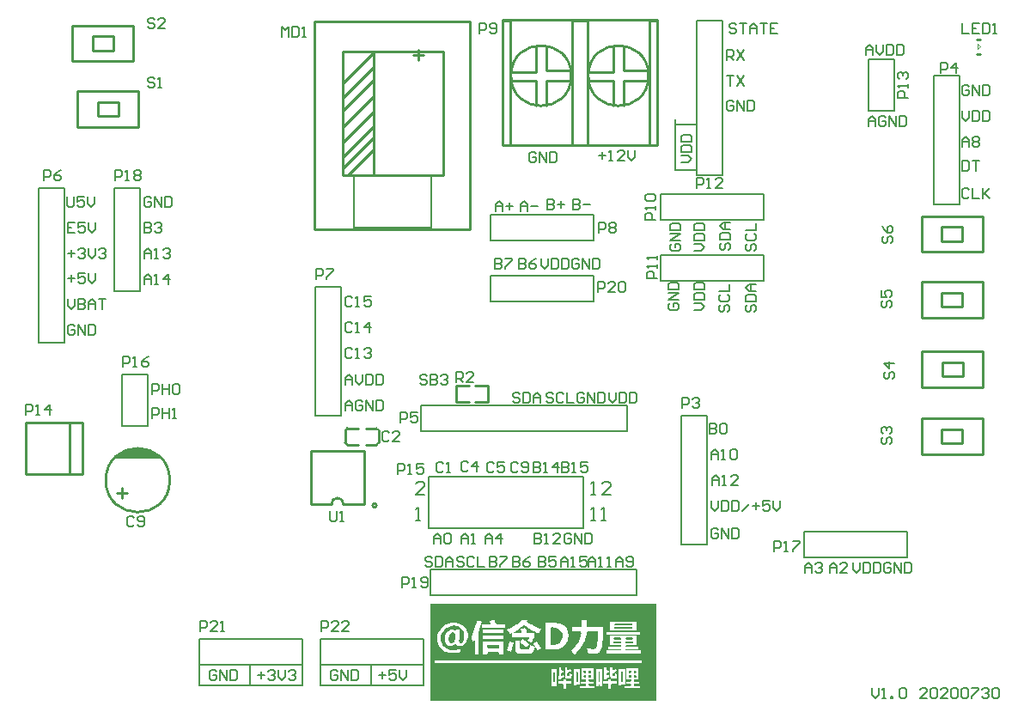
<source format=gto>
G04*
G04 #@! TF.GenerationSoftware,Altium Limited,Altium Designer,19.1.7 (138)*
G04*
G04 Layer_Color=65535*
%FSLAX25Y25*%
%MOIN*%
G70*
G01*
G75*
%ADD10C,0.01000*%
%ADD11C,0.00787*%
%ADD12C,0.00800*%
%ADD13C,0.00394*%
%ADD14C,0.00600*%
%ADD15C,0.00500*%
G36*
X37000Y102000D02*
X37567Y102628D01*
X38865Y103715D01*
X40302Y104611D01*
X41849Y105299D01*
X43477Y105765D01*
X45153Y106000D01*
X46847D01*
X48523Y105765D01*
X50151Y105299D01*
X51698Y104611D01*
X53135Y103715D01*
X54433Y102628D01*
X55000Y102000D01*
Y102000D01*
X37000Y102000D01*
D02*
G37*
G36*
X247090Y45536D02*
X247183Y45443D01*
X247275Y45258D01*
X247090Y7944D01*
X247183D01*
X247090Y7852D01*
X159778D01*
X159685Y7944D01*
X159593Y8037D01*
X159500Y8222D01*
Y45258D01*
Y45351D01*
Y45443D01*
X159593Y45536D01*
X159778Y45628D01*
X246998D01*
X247090Y45536D01*
D02*
G37*
%LPC*%
G36*
X184499Y39240D02*
X184036D01*
X183481Y39055D01*
X183018Y38962D01*
X182462Y38870D01*
X182925Y37851D01*
X182648Y37666D01*
X179407D01*
Y36092D01*
X188573D01*
Y37666D01*
X185240D01*
X185055Y37851D01*
X184962Y38036D01*
X184870Y38314D01*
X184685Y38684D01*
X184499Y39240D01*
D02*
G37*
G36*
X239683Y38684D02*
X229035D01*
Y35258D01*
X239683D01*
Y38684D01*
D02*
G37*
G36*
X197184Y39240D02*
X194962D01*
X194869Y39147D01*
X194684Y38870D01*
X194314Y38499D01*
X193758Y37944D01*
X193018Y37388D01*
X191999Y36740D01*
X190795Y36184D01*
X189314Y35629D01*
Y35444D01*
Y35351D01*
X189407Y35258D01*
X189777Y34795D01*
X190055Y34240D01*
X190147Y33870D01*
X190240D01*
X190425Y33962D01*
X190795Y34055D01*
X191351Y34332D01*
X192184Y34703D01*
X193110Y35351D01*
X194314Y36184D01*
X195795Y37295D01*
X195981D01*
X196166Y37203D01*
X196536Y36832D01*
X197184Y36462D01*
X198017Y35907D01*
X198851Y35351D01*
X199777Y34795D01*
X200795Y34332D01*
X201628Y34055D01*
Y34147D01*
X201721Y34240D01*
X201999Y34703D01*
X202277Y35258D01*
X202369Y35814D01*
X202277D01*
X201906Y35999D01*
X201351Y36184D01*
X200610Y36462D01*
X199777Y36832D01*
X198851Y37388D01*
X197925Y38036D01*
X196999Y38870D01*
X197184Y39240D01*
D02*
G37*
G36*
X187925Y35444D02*
X179870D01*
Y34055D01*
X187925D01*
Y35444D01*
D02*
G37*
G36*
X240887Y34610D02*
X227924D01*
Y33684D01*
X240887D01*
Y34610D01*
D02*
G37*
G36*
X187925Y33222D02*
X179870D01*
Y31833D01*
X187925D01*
Y33222D01*
D02*
G37*
G36*
X196351Y36092D02*
X196073D01*
X195518Y35999D01*
X194869Y35814D01*
X194684Y35721D01*
X194592Y35629D01*
X194684Y35444D01*
X194777Y35073D01*
X194869Y34610D01*
X194962Y34240D01*
X194592Y34055D01*
X191351D01*
Y32666D01*
X197925D01*
X198017Y32573D01*
Y32388D01*
X197832Y32296D01*
X197555Y31925D01*
X197369Y31740D01*
X197184Y31370D01*
X198573Y30444D01*
X198666Y30536D01*
X198758Y30814D01*
X199036Y31185D01*
X199314Y31555D01*
X199777Y32481D01*
X199869Y32759D01*
X199962Y33036D01*
Y34055D01*
X196814D01*
Y34240D01*
X196999Y34610D01*
Y34703D01*
X196906Y34888D01*
X196721Y35351D01*
X196536Y35907D01*
X196443Y35999D01*
X196351Y36092D01*
D02*
G37*
G36*
X168759Y38314D02*
X167740D01*
X167370Y38221D01*
X166537Y37944D01*
X165426Y37573D01*
X164407Y36740D01*
X163852Y36277D01*
X163389Y35629D01*
X162926Y34981D01*
X162556Y34055D01*
X162278Y33129D01*
X162092Y32018D01*
Y31925D01*
Y31740D01*
X162185Y31555D01*
X162278Y31185D01*
X162556Y30259D01*
X163018Y29333D01*
X163759Y28314D01*
X164685Y27388D01*
X165241Y27018D01*
X165981Y26833D01*
X166722Y26648D01*
X167555Y26555D01*
X169500D01*
X170240Y26648D01*
X171166Y26833D01*
Y28036D01*
X170889D01*
X170703Y27944D01*
X170426Y27851D01*
X170055D01*
X169037Y27666D01*
X168018Y27573D01*
X167833D01*
X167370Y27666D01*
X166629Y27944D01*
X165796Y28314D01*
X164963Y28870D01*
X164315Y29610D01*
X163759Y30722D01*
X163667Y31277D01*
X163574Y32018D01*
Y32573D01*
Y32759D01*
X163667Y33129D01*
X163852Y33777D01*
X164222Y34518D01*
X164778Y35351D01*
X165611Y36092D01*
X166166Y36369D01*
X166815Y36647D01*
X167555Y36925D01*
X168389Y37110D01*
X169129D01*
X169500Y37018D01*
X170148Y36740D01*
X170796Y36462D01*
X171444Y35999D01*
X172092Y35351D01*
X172463Y34610D01*
X172648Y33592D01*
Y32573D01*
Y32481D01*
Y32203D01*
X172555Y31833D01*
X172463Y31462D01*
X172277Y30999D01*
X172000Y30629D01*
X171629Y30351D01*
X171166Y30259D01*
X171074D01*
X170889Y30351D01*
X170703Y30629D01*
X170611Y31185D01*
Y31370D01*
Y31555D01*
X170703Y31925D01*
Y32481D01*
X170796Y33222D01*
X170889Y34240D01*
X170981Y35444D01*
X169592D01*
Y35351D01*
Y35166D01*
X169407Y34981D01*
X169222Y34888D01*
Y34981D01*
X169037Y35166D01*
X168852Y35351D01*
X168666Y35444D01*
X168296Y35536D01*
X167833Y35629D01*
X167740D01*
X167463Y35536D01*
X167000Y35258D01*
X166537Y34981D01*
X165981Y34425D01*
X165611Y33777D01*
X165241Y32944D01*
X165148Y31833D01*
Y31647D01*
Y31555D01*
Y31277D01*
X165241Y30814D01*
X165426Y30351D01*
X165703Y29888D01*
X166074Y29425D01*
X166629Y29147D01*
X167370Y29055D01*
X167555D01*
X167926Y29240D01*
X168481Y29610D01*
X168852Y29888D01*
X169222Y30259D01*
Y30166D01*
X169315Y30073D01*
X169592Y29703D01*
X170148Y29240D01*
X170518Y29147D01*
X170981Y29055D01*
X171074D01*
X171444Y29147D01*
X171907Y29240D01*
X172463Y29610D01*
X173018Y30073D01*
X173481Y30814D01*
X173944Y31833D01*
X174129Y32481D01*
X174222Y33222D01*
Y33314D01*
Y33407D01*
X174129Y33962D01*
X173944Y34703D01*
X173574Y35536D01*
X172925Y36462D01*
X172463Y36925D01*
X171907Y37295D01*
X171259Y37666D01*
X170611Y37944D01*
X169685Y38129D01*
X168759Y38314D01*
D02*
G37*
G36*
X195518Y32018D02*
X195332Y31925D01*
X194962Y31555D01*
X194592Y31277D01*
X194499Y31092D01*
X194406Y30999D01*
X194499Y30907D01*
X194684Y30629D01*
X194962Y30259D01*
X195332Y29888D01*
X195703Y29518D01*
X196073Y29147D01*
X196351Y28870D01*
X196536Y28777D01*
X196629D01*
X196721Y28870D01*
X197184Y29240D01*
X197555Y29518D01*
X197647Y29703D01*
X197740Y29796D01*
Y29888D01*
X197647Y29981D01*
X197462Y30166D01*
X197184Y30444D01*
X196814Y30814D01*
X196258Y31370D01*
X195518Y32018D01*
D02*
G37*
G36*
X220332Y39240D02*
X218295D01*
Y36832D01*
Y36740D01*
Y36647D01*
X218109Y36555D01*
X217924Y36462D01*
X214684D01*
Y34795D01*
X217832D01*
X217924Y34703D01*
X218017Y34610D01*
X218109Y34240D01*
Y34055D01*
X218017Y33592D01*
X217924Y32944D01*
X217647Y32018D01*
X217091Y30999D01*
X216350Y29888D01*
X215424Y28685D01*
X214776Y28129D01*
X214036Y27573D01*
X214128Y27481D01*
X214221Y27388D01*
X214591Y26925D01*
X214961Y26370D01*
X215147Y26185D01*
Y25999D01*
X215610D01*
X215702Y26185D01*
X216258Y26648D01*
X216998Y27388D01*
X217832Y28407D01*
X218665Y29703D01*
X219406Y31185D01*
X219961Y32851D01*
X220054Y33684D01*
X220146Y34610D01*
X220517Y34795D01*
X224406D01*
X224498Y34703D01*
X224591Y34610D01*
Y34240D01*
Y34147D01*
Y33962D01*
Y33684D01*
Y33314D01*
X224498Y32296D01*
X224406Y31277D01*
X224313Y30166D01*
X224128Y29147D01*
X223943Y28777D01*
X223758Y28499D01*
X223572Y28314D01*
X223387Y28222D01*
X222554Y28036D01*
X222276D01*
X221721Y28129D01*
X220980Y28222D01*
X220332D01*
Y28036D01*
Y27944D01*
X220424Y27759D01*
X220517Y27573D01*
X220609Y27296D01*
Y26833D01*
X220702Y26370D01*
X224220D01*
X224498Y26462D01*
X224868Y26648D01*
X225239Y26925D01*
X225609Y27481D01*
X225980Y28314D01*
X226165Y28870D01*
X226257Y29518D01*
X226350Y30166D01*
Y30999D01*
Y31185D01*
X226443Y31370D01*
Y31740D01*
Y32388D01*
X226535Y33222D01*
Y34332D01*
Y35814D01*
Y36462D01*
X220424D01*
X220332Y36555D01*
X220239Y36647D01*
X220146Y36832D01*
Y37110D01*
X220332Y39240D01*
D02*
G37*
G36*
X207276Y38221D02*
X204036D01*
Y27944D01*
X208665D01*
X209128Y28036D01*
X209776Y28222D01*
X210517Y28592D01*
X211350Y29147D01*
X212091Y30073D01*
X212461Y30722D01*
X212739Y31370D01*
X212924Y32110D01*
X213110Y33036D01*
Y33407D01*
Y33499D01*
Y33592D01*
X213017Y34147D01*
X212832Y34888D01*
X212369Y35814D01*
X211721Y36740D01*
X211258Y37110D01*
X210610Y37481D01*
X209962Y37758D01*
X209221Y38036D01*
X208295Y38129D01*
X207276Y38221D01*
D02*
G37*
G36*
X200795Y30999D02*
X199406Y30259D01*
X199499Y30166D01*
X199684Y29888D01*
X199962Y29425D01*
X200332Y28962D01*
X200610Y28407D01*
X200888Y27944D01*
X201073Y27573D01*
X201166Y27388D01*
X201258D01*
X201351Y27481D01*
X201814Y27851D01*
X202369Y28129D01*
X202554Y28222D01*
X202647D01*
X202554Y28314D01*
X202462Y28592D01*
X202277Y28870D01*
X201999Y29333D01*
X201351Y30259D01*
X201073Y30629D01*
X200795Y30999D01*
D02*
G37*
G36*
X190147Y30814D02*
Y30722D01*
X190055Y30444D01*
X189869Y29981D01*
X189777Y29425D01*
X189407Y28314D01*
X189314Y27944D01*
Y27573D01*
X189407D01*
X189499Y27481D01*
X189869Y27296D01*
X190332Y27110D01*
X190703Y27018D01*
X191906Y30444D01*
X191721Y30536D01*
X191351Y30629D01*
X190703Y30722D01*
X190147Y30814D01*
D02*
G37*
G36*
X239683Y33222D02*
X229035D01*
Y29425D01*
X233387D01*
X233479Y29240D01*
X233572Y29055D01*
Y28962D01*
X233387Y28870D01*
X233202Y28777D01*
X228572D01*
Y27944D01*
X233294D01*
X233387Y27851D01*
X233479Y27759D01*
X233572Y27573D01*
X233202Y27388D01*
X227924D01*
Y26370D01*
X241072D01*
Y27388D01*
X235516D01*
X235424Y27481D01*
X235331Y27573D01*
X235239Y27759D01*
X235609Y27944D01*
X240238D01*
Y28777D01*
X235424D01*
X235331Y28870D01*
X235239Y29055D01*
Y29147D01*
X235331Y29240D01*
X235424Y29333D01*
X235609Y29425D01*
X239683D01*
Y33222D01*
D02*
G37*
G36*
X194129Y31185D02*
X192555D01*
Y27203D01*
X192647Y27018D01*
X193018Y26740D01*
X193573Y26370D01*
X193944Y26277D01*
X194406Y26185D01*
X198110D01*
X198388Y26370D01*
X198758Y26555D01*
X199128Y26833D01*
X199499Y27296D01*
X199869Y27944D01*
X200147Y28777D01*
X200054D01*
X199962Y28870D01*
X199406Y29147D01*
X198758Y29333D01*
X198203Y29425D01*
Y29333D01*
Y29240D01*
X198110Y28777D01*
X197832Y28222D01*
X197369Y27759D01*
X194777D01*
X194592Y27851D01*
X194406Y28036D01*
X194129Y28407D01*
Y31185D01*
D02*
G37*
G36*
X187925Y30999D02*
X179870D01*
Y25999D01*
X181629D01*
Y26092D01*
Y26370D01*
X181722Y26648D01*
X181907Y26740D01*
X185981D01*
X186073Y26648D01*
X186166Y26462D01*
X186258Y25999D01*
X187925D01*
Y30999D01*
D02*
G37*
G36*
X178666Y38870D02*
X177648D01*
Y38684D01*
X177462Y38221D01*
X177277Y37573D01*
X176999Y36647D01*
X176629Y35721D01*
X176259Y34703D01*
X175888Y33684D01*
X175426Y32851D01*
Y32759D01*
X175518Y32573D01*
Y32296D01*
X175611Y31925D01*
X175703Y31185D01*
X175796Y30444D01*
X176629Y31462D01*
X176814D01*
Y25999D01*
X178296D01*
Y34888D01*
Y34981D01*
X178388Y35258D01*
X178481Y35536D01*
X178574Y35999D01*
X178759Y36647D01*
X179036Y37573D01*
X179407Y38684D01*
X179222Y38777D01*
X178944D01*
X178666Y38870D01*
D02*
G37*
G36*
X241442Y23592D02*
X161167D01*
Y22388D01*
X241442D01*
Y23592D01*
D02*
G37*
G36*
X230146Y20907D02*
X229220D01*
Y17574D01*
Y17389D01*
X229405Y17111D01*
X229498Y16740D01*
X229683Y16648D01*
X229776Y16555D01*
X231350D01*
X231442Y16648D01*
X231720Y16833D01*
X231905Y17296D01*
X231998Y17666D01*
Y18129D01*
Y18222D01*
X231905Y18315D01*
X231628Y18500D01*
X231165Y18685D01*
Y17759D01*
Y17666D01*
X230979Y17574D01*
X230794Y17481D01*
X230331D01*
X230239Y17574D01*
X230146Y17759D01*
Y18500D01*
X230239D01*
X230424Y18685D01*
X230979Y18963D01*
X231535Y19426D01*
X231720Y19611D01*
X231813Y19703D01*
X231720Y19796D01*
X231628Y19888D01*
X231535Y20166D01*
X231442Y20351D01*
X230609Y19796D01*
X230146D01*
Y20907D01*
D02*
G37*
G36*
X212647D02*
X211721D01*
Y17111D01*
X211813Y16926D01*
X211999Y16740D01*
X212276Y16555D01*
X213943D01*
X214036Y16740D01*
X214128Y17018D01*
X214313Y17296D01*
X214406Y17759D01*
X214498Y18315D01*
X213665Y18685D01*
Y18592D01*
Y18500D01*
X213573Y18129D01*
X213387Y17666D01*
X213202Y17574D01*
X213110Y17481D01*
X212832D01*
X212739Y17574D01*
X212647Y17759D01*
Y18500D01*
X212832Y18685D01*
X213017Y18870D01*
X213387Y19055D01*
X213758Y19240D01*
X214313Y19518D01*
Y19611D01*
X214128Y19888D01*
X213943Y20166D01*
X213665Y20351D01*
Y20259D01*
X213480Y20074D01*
X213202Y19888D01*
X212647Y19796D01*
Y20907D01*
D02*
G37*
G36*
X227924D02*
X226813D01*
Y18315D01*
X226720Y16555D01*
X227183Y16277D01*
X227276D01*
X227368Y16370D01*
X227831Y16648D01*
X228480Y16833D01*
X228942Y16926D01*
Y17944D01*
X228017Y17759D01*
X227924D01*
Y18500D01*
Y18592D01*
X228017Y18685D01*
X228387Y18777D01*
X228942D01*
Y19703D01*
X228480D01*
X228109Y19796D01*
X228017Y19888D01*
X227924Y19981D01*
Y20907D01*
D02*
G37*
G36*
X210239D02*
X209406D01*
Y17944D01*
X209036Y16740D01*
X209128D01*
X209221Y16648D01*
X209313Y16555D01*
X209406Y16277D01*
X209591D01*
X209962Y16370D01*
X210610Y16740D01*
X210980Y16926D01*
X211443Y17296D01*
Y17389D01*
X211350Y17666D01*
X211258Y17852D01*
X211073Y17944D01*
X210424Y17574D01*
X210239Y17944D01*
Y18500D01*
Y18592D01*
X210332Y18685D01*
X210702Y18777D01*
X211258D01*
Y19703D01*
X210795D01*
X210424Y19796D01*
X210332Y19888D01*
X210239Y19981D01*
Y20907D01*
D02*
G37*
G36*
X235053Y20166D02*
X232646D01*
Y13870D01*
X233572D01*
Y13963D01*
Y14148D01*
X233665Y14241D01*
X233850Y14333D01*
X235053D01*
Y20166D01*
D02*
G37*
G36*
X217554D02*
X215054D01*
Y13870D01*
X216073D01*
Y13963D01*
Y14148D01*
X216165Y14241D01*
X216350Y14333D01*
X217554D01*
Y20166D01*
D02*
G37*
G36*
X226165D02*
X223943D01*
Y13500D01*
X224776D01*
Y13592D01*
X224868Y13870D01*
X224961Y14055D01*
X225146Y14148D01*
X225239Y13963D01*
X225331Y13500D01*
X226165D01*
Y20166D01*
D02*
G37*
G36*
X208665D02*
X206443D01*
Y13500D01*
X207276D01*
Y13592D01*
X207369Y13870D01*
X207462Y14055D01*
X207647Y14148D01*
X207739Y13963D01*
X207832Y13500D01*
X208665D01*
Y20166D01*
D02*
G37*
G36*
X240238Y20537D02*
X235609D01*
Y16277D01*
X237183D01*
X237276Y16185D01*
X237368Y16092D01*
X237461Y15907D01*
Y15722D01*
Y15629D01*
Y15537D01*
X237276Y15444D01*
X237090Y15352D01*
X235609D01*
Y14518D01*
X237276D01*
X237368Y14333D01*
X237461Y14148D01*
Y14055D01*
Y13963D01*
Y13870D01*
X237276Y13778D01*
X237090Y13685D01*
X234868D01*
Y12852D01*
X240701D01*
Y13685D01*
X238757D01*
X238664Y13778D01*
X238572Y13870D01*
X238479Y14055D01*
Y14148D01*
Y14241D01*
X238572Y14333D01*
X238664Y14426D01*
X238850Y14518D01*
X240424D01*
Y15352D01*
X238757D01*
X238664Y15444D01*
X238572Y15537D01*
X238479Y15722D01*
Y15907D01*
Y16000D01*
X238572Y16092D01*
X238664Y16185D01*
X238850Y16277D01*
X240238D01*
Y20537D01*
D02*
G37*
G36*
X222739D02*
X218109D01*
Y16277D01*
X219776D01*
X219869Y16185D01*
X219961Y16092D01*
Y15907D01*
Y15722D01*
Y15629D01*
Y15537D01*
X219869Y15444D01*
X219684Y15352D01*
X217924D01*
Y14518D01*
X219869D01*
X219961Y14333D01*
Y14148D01*
Y14055D01*
Y13963D01*
Y13870D01*
X219869Y13778D01*
X219684Y13685D01*
X217461D01*
Y12852D01*
X223294D01*
Y13685D01*
X221165D01*
X221072Y13778D01*
X220980Y13870D01*
X220887Y14055D01*
Y14148D01*
Y14241D01*
Y14333D01*
X220980Y14426D01*
X221165Y14518D01*
X222924D01*
Y15352D01*
X221165D01*
X221072Y15444D01*
X220980Y15537D01*
X220887Y15722D01*
Y15907D01*
Y16000D01*
Y16092D01*
X220980Y16185D01*
X221165Y16277D01*
X222739D01*
Y20537D01*
D02*
G37*
G36*
X229591Y16277D02*
X228572D01*
Y16185D01*
Y15907D01*
X228387Y15629D01*
X228202Y15537D01*
X226535D01*
Y14518D01*
X228387D01*
X228480Y14333D01*
X228572Y14148D01*
Y12666D01*
X229591D01*
Y14148D01*
Y14241D01*
X229683Y14333D01*
X229776Y14426D01*
X229961Y14518D01*
X231998D01*
Y15537D01*
X229868D01*
X229776Y15629D01*
X229683Y15814D01*
X229591Y16277D01*
D02*
G37*
G36*
X212091D02*
X211073D01*
Y16185D01*
Y15907D01*
X210887Y15629D01*
X210702Y15537D01*
X209036D01*
Y14518D01*
X210887D01*
X210980Y14333D01*
X211073Y14148D01*
Y12666D01*
X212091D01*
Y14148D01*
Y14241D01*
X212184Y14333D01*
X212276Y14426D01*
X212461Y14518D01*
X214313D01*
Y15537D01*
X212369D01*
X212276Y15629D01*
X212184Y15814D01*
X212091Y16277D01*
D02*
G37*
%LPD*%
G36*
X237831Y37758D02*
X237924Y37666D01*
X238016Y37481D01*
X237646Y37295D01*
X231072D01*
X230979Y37388D01*
X230887Y37481D01*
X230794Y37666D01*
X231165Y37851D01*
X237738D01*
X237831Y37758D01*
D02*
G37*
G36*
Y36555D02*
X237924Y36462D01*
X238016Y36277D01*
Y36184D01*
X237831Y36092D01*
X237646Y35999D01*
X230979D01*
X230887Y36092D01*
X230794Y36277D01*
Y36369D01*
X230887Y36462D01*
X230979Y36555D01*
X231165Y36647D01*
X237738D01*
X237831Y36555D01*
D02*
G37*
G36*
X168666Y34332D02*
X168944Y34147D01*
X169129Y33777D01*
X169222Y33222D01*
Y32573D01*
Y32481D01*
Y32296D01*
X169037Y31740D01*
X168759Y30907D01*
X168389Y30536D01*
X168018Y30259D01*
X167648D01*
X167278Y30444D01*
X166815Y30814D01*
X166722Y31092D01*
X166629Y31462D01*
Y32203D01*
Y32296D01*
Y32481D01*
X166815Y33036D01*
X167185Y33777D01*
X167463Y34147D01*
X167833Y34425D01*
X168574D01*
X168666Y34332D01*
D02*
G37*
G36*
X207647Y36369D02*
X208295Y36277D01*
X209036Y35999D01*
X209684Y35629D01*
X210332Y34981D01*
X210702Y34055D01*
X210887Y32851D01*
Y32759D01*
X210795Y32388D01*
X210610Y31833D01*
X210332Y31277D01*
X209962Y30629D01*
X209406Y30166D01*
X208665Y29796D01*
X207832Y29610D01*
X206350D01*
X206258Y29703D01*
X206165Y29796D01*
X206073Y29981D01*
Y36092D01*
Y36184D01*
X206165Y36277D01*
X206258Y36369D01*
X206443Y36462D01*
X207276D01*
X207647Y36369D01*
D02*
G37*
G36*
X238016Y32296D02*
X238109Y32203D01*
X238201Y32018D01*
Y31925D01*
Y31833D01*
X238016Y31740D01*
X237831Y31647D01*
X235516D01*
X235424Y31740D01*
X235331Y31833D01*
X235239Y32018D01*
Y32110D01*
X235331Y32203D01*
X235424Y32296D01*
X235609Y32388D01*
X237924D01*
X238016Y32296D01*
D02*
G37*
G36*
X233387D02*
X233479Y32203D01*
X233572Y32018D01*
Y31925D01*
Y31833D01*
X233387Y31740D01*
X233202Y31647D01*
X230887D01*
X230794Y31740D01*
X230702Y31833D01*
X230609Y32018D01*
Y32110D01*
X230702Y32203D01*
X230794Y32296D01*
X230979Y32388D01*
X233294D01*
X233387Y32296D01*
D02*
G37*
G36*
X238016Y30907D02*
X238109Y30814D01*
X238201Y30629D01*
Y30444D01*
Y30351D01*
X238016Y30259D01*
X237831Y30166D01*
X235424D01*
X235331Y30259D01*
X235239Y30444D01*
Y30629D01*
Y30722D01*
X235331Y30814D01*
X235424Y30907D01*
X235609Y30999D01*
X237924D01*
X238016Y30907D01*
D02*
G37*
G36*
X233387D02*
X233479Y30814D01*
X233572Y30629D01*
Y30444D01*
Y30351D01*
X233387Y30259D01*
X233202Y30166D01*
X230794D01*
X230702Y30259D01*
X230609Y30444D01*
Y30629D01*
Y30722D01*
X230702Y30814D01*
X230794Y30907D01*
X230979Y30999D01*
X233294D01*
X233387Y30907D01*
D02*
G37*
G36*
X186166Y29425D02*
X186258Y29240D01*
Y28592D01*
Y28499D01*
Y28407D01*
X186073Y28314D01*
X185888Y28222D01*
X181907D01*
X181814Y28314D01*
X181722Y28407D01*
X181629Y28592D01*
Y29240D01*
Y29333D01*
Y29425D01*
X181722Y29518D01*
X181907Y29610D01*
X186073D01*
X186166Y29425D01*
D02*
G37*
G36*
X234035Y19240D02*
X234127Y19148D01*
X234220Y18963D01*
Y15537D01*
Y15444D01*
Y15352D01*
X234035Y15259D01*
X233850Y15166D01*
X233757Y15259D01*
X233665Y15352D01*
X233572Y15537D01*
Y18963D01*
Y19055D01*
Y19148D01*
X233665Y19240D01*
X233850Y19333D01*
X233942D01*
X234035Y19240D01*
D02*
G37*
G36*
X216535D02*
X216628Y19148D01*
X216721Y18963D01*
Y15537D01*
Y15444D01*
Y15352D01*
X216535Y15259D01*
X216350Y15166D01*
X216258Y15259D01*
X216165Y15352D01*
X216073Y15537D01*
Y18963D01*
Y19055D01*
Y19148D01*
X216165Y19240D01*
X216350Y19333D01*
X216443D01*
X216535Y19240D01*
D02*
G37*
G36*
X225331Y18777D02*
Y15537D01*
Y15444D01*
Y15352D01*
X225146Y15259D01*
X224961Y15166D01*
X224776Y15537D01*
Y18777D01*
Y18870D01*
X224868Y18963D01*
X224961Y19055D01*
X225146Y19148D01*
X225331Y18777D01*
D02*
G37*
G36*
X207832D02*
Y15537D01*
Y15444D01*
Y15352D01*
X207647Y15259D01*
X207462Y15166D01*
X207276Y15537D01*
Y18777D01*
Y18870D01*
X207369Y18963D01*
X207462Y19055D01*
X207647Y19148D01*
X207832Y18777D01*
D02*
G37*
G36*
X239220Y19611D02*
X239313Y19518D01*
X239405Y19333D01*
Y18963D01*
Y18870D01*
X239220Y18777D01*
X239035Y18685D01*
X238664D01*
X238572Y18777D01*
X238479Y18963D01*
Y19333D01*
Y19426D01*
X238572Y19518D01*
X238664Y19611D01*
X238850Y19703D01*
X239127D01*
X239220Y19611D01*
D02*
G37*
G36*
X237276D02*
X237368Y19518D01*
X237461Y19333D01*
Y18963D01*
Y18870D01*
X237276Y18777D01*
X237090Y18685D01*
X236628D01*
X236535Y18777D01*
X236442Y18963D01*
Y19333D01*
Y19426D01*
X236535Y19518D01*
X236628Y19611D01*
X236813Y19703D01*
X237183D01*
X237276Y19611D01*
D02*
G37*
G36*
X239313Y17759D02*
X239405Y17574D01*
Y17296D01*
Y17203D01*
Y17111D01*
X239220Y17018D01*
X239035Y16926D01*
X238757D01*
X238664Y17018D01*
X238572Y17111D01*
X238479Y17296D01*
Y17574D01*
Y17666D01*
X238572Y17759D01*
X238664Y17852D01*
X238850Y17944D01*
X239220D01*
X239313Y17759D01*
D02*
G37*
G36*
X237368D02*
X237461Y17574D01*
Y17296D01*
Y17203D01*
Y17111D01*
X237276Y17018D01*
X237090Y16926D01*
X236720D01*
X236628Y17018D01*
X236535Y17111D01*
X236442Y17296D01*
Y17574D01*
Y17666D01*
X236535Y17759D01*
X236628Y17852D01*
X236813Y17944D01*
X237276D01*
X237368Y17759D01*
D02*
G37*
G36*
X221721Y19611D02*
X221813Y19518D01*
X221906Y19333D01*
Y18963D01*
Y18870D01*
X221721Y18777D01*
X221535Y18685D01*
X221072D01*
X220980Y18777D01*
X220887Y18963D01*
Y19333D01*
Y19426D01*
Y19518D01*
X220980Y19611D01*
X221165Y19703D01*
X221628D01*
X221721Y19611D01*
D02*
G37*
G36*
X219869D02*
X219961Y19518D01*
Y19333D01*
Y18963D01*
Y18870D01*
X219869Y18777D01*
X219684Y18685D01*
X219128D01*
X219035Y18777D01*
X218943Y18963D01*
Y19333D01*
Y19426D01*
X219035Y19518D01*
X219128Y19611D01*
X219313Y19703D01*
X219776D01*
X219869Y19611D01*
D02*
G37*
G36*
X221813Y17759D02*
X221906Y17574D01*
Y17296D01*
Y17203D01*
Y17111D01*
X221721Y17018D01*
X221535Y16926D01*
X221165D01*
X221072Y17018D01*
X220980Y17111D01*
X220887Y17296D01*
Y17574D01*
Y17666D01*
Y17759D01*
X220980Y17852D01*
X221165Y17944D01*
X221721D01*
X221813Y17759D01*
D02*
G37*
G36*
X219961D02*
Y17574D01*
Y17296D01*
Y17203D01*
Y17111D01*
X219869Y17018D01*
X219684Y16926D01*
X219221D01*
X219128Y17018D01*
X219035Y17111D01*
X218943Y17296D01*
Y17574D01*
Y17666D01*
X219035Y17759D01*
X219128Y17852D01*
X219313Y17944D01*
X219869D01*
X219961Y17759D01*
D02*
G37*
D10*
X58400Y93500D02*
G03*
X58400Y93500I-12400J0D01*
G01*
X125784Y84146D02*
G03*
X121138Y84146I-2323J176D01*
G01*
X138620Y83752D02*
G03*
X138620Y83752I-750J0D01*
G01*
X127248Y113650D02*
G03*
X126461Y112862I0J-787D01*
G01*
Y108138D02*
G03*
X127248Y107350I788J0D01*
G01*
X139453Y112862D02*
G03*
X138665Y113650I-787J0D01*
G01*
X138665Y107350D02*
G03*
X139453Y108138I0J788D01*
G01*
X244205Y250500D02*
G03*
X244205Y250500I-11705J0D01*
G01*
X214205D02*
G03*
X214205Y250500I-11705J0D01*
G01*
X358025Y113260D02*
X366025D01*
Y107740D02*
Y113260D01*
X358025Y107740D02*
X366025D01*
X358025D02*
Y113260D01*
X350154Y103610D02*
Y117390D01*
Y103610D02*
X373776Y103610D01*
Y103610D02*
Y117390D01*
X350154D02*
X373776Y117390D01*
X38000Y88500D02*
X42000D01*
X40000Y86500D02*
Y90500D01*
X181754Y123870D02*
Y130170D01*
X169547Y130150D02*
X174469D01*
X169547Y123850D02*
X174469D01*
X176833Y130170D02*
X181754D01*
X176833Y123870D02*
X181754D01*
X169547Y123850D02*
Y130150D01*
X371579Y258803D02*
X372909D01*
X371579D02*
X372909D01*
X371579Y264709D02*
X372909D01*
X131374Y84106D02*
X133933Y84106D01*
X125784D02*
X131374D01*
X115626D02*
X121138D01*
X113106Y84106D02*
Y104854D01*
X133933D01*
Y84106D02*
Y104854D01*
X113106Y84106D02*
X115626D01*
X20689Y269890D02*
X44311Y269890D01*
Y256110D02*
Y269890D01*
X20689Y256110D02*
X44311Y256110D01*
X20689D02*
Y269890D01*
X28560Y260240D02*
Y265760D01*
Y260240D02*
X36560D01*
Y265760D01*
X28560D02*
X36560D01*
X22689Y230610D02*
X46311Y230610D01*
X22689D02*
Y244390D01*
Y244390D02*
X46311Y244390D01*
Y230610D02*
Y244390D01*
X38440Y234740D02*
Y240260D01*
X30440D02*
X38440D01*
X30440Y234740D02*
Y240260D01*
Y234740D02*
X38440D01*
X139453Y108138D02*
Y112862D01*
X127445Y113650D02*
X131382D01*
X127445Y107350D02*
X131382D01*
X134532Y113650D02*
X138468D01*
X134532Y107350D02*
X138468D01*
X126461Y108138D02*
Y112862D01*
X127248Y113650D02*
X127445D01*
X127248Y107350D02*
X127445D01*
X138468Y113650D02*
X138665D01*
X138468Y107350D02*
X138665D01*
X164500Y212000D02*
Y260000D01*
X125500Y212000D02*
X164500D01*
X125500D02*
Y260000D01*
X164500D01*
X114500Y191000D02*
Y271500D01*
Y191000D02*
X175000D01*
Y271500D01*
X114500D02*
X175000D01*
X137500Y212000D02*
Y259500D01*
X125500Y247500D02*
X137500Y259500D01*
X125500Y242000D02*
X137500Y254000D01*
X125500Y237000D02*
X137500Y249000D01*
X125500Y230500D02*
X137500Y242500D01*
X125500Y224500D02*
X137500Y236500D01*
X125500Y219000D02*
X137500Y231000D01*
X125500Y214500D02*
X137500Y226500D01*
X127500Y212000D02*
X137500Y222000D01*
X247500Y223500D02*
Y272232D01*
X234500Y252500D02*
Y261500D01*
Y252500D02*
X244000D01*
X221000Y252000D02*
X230500D01*
Y261500D01*
Y239000D02*
Y248500D01*
X221000D02*
X230500D01*
X234500D02*
X244000D01*
X234500Y239000D02*
Y248500D01*
X204500Y252500D02*
Y261500D01*
Y252500D02*
X214000D01*
X190999Y252000D02*
X200500D01*
Y261500D01*
Y239000D02*
Y248500D01*
X190999D02*
X200500D01*
X204500D02*
X214000D01*
X204500Y239000D02*
Y248500D01*
X187500Y223500D02*
X190500D01*
X187500D02*
Y272000D01*
X190500D01*
Y223500D02*
Y272000D01*
X214500Y223500D02*
X220500D01*
X214500D02*
Y272000D01*
X220500D01*
Y223500D02*
Y272000D01*
X244500Y223500D02*
X247500D01*
X244500D02*
Y272000D01*
X247500D01*
Y223500D02*
Y272000D01*
X187500Y272232D02*
X247500D01*
X187500Y223500D02*
X247500D01*
X350154Y195890D02*
X373776Y195890D01*
Y182110D02*
Y195890D01*
X350154Y182110D02*
X373776Y182110D01*
X350154D02*
Y195890D01*
X358025Y186240D02*
Y191760D01*
Y186240D02*
X366025D01*
Y191760D01*
X358025D02*
X366025D01*
X350154Y170390D02*
X373776Y170390D01*
Y156610D02*
Y170390D01*
X350154Y156610D02*
X373776Y156610D01*
X350154D02*
Y170390D01*
X358025Y160740D02*
Y166260D01*
Y160740D02*
X366025D01*
Y166260D01*
X358025D02*
X366025D01*
X350224Y143390D02*
X373846Y143390D01*
Y129610D02*
Y143390D01*
X350224Y129610D02*
X373846Y129610D01*
X350224D02*
Y143390D01*
X358095Y133740D02*
Y139260D01*
Y133740D02*
X366095D01*
Y139260D01*
X358095D02*
X366095D01*
X19694Y96000D02*
Y116000D01*
X8500D02*
X24500D01*
Y96000D02*
Y116000D01*
X2500Y96000D02*
X24500D01*
X2500D02*
Y116000D01*
X8500D01*
X153000Y258499D02*
X156999D01*
X154999Y260498D02*
Y256500D01*
D11*
X355000Y200500D02*
X365000D01*
X355000D02*
Y250500D01*
X365000Y200500D02*
Y250500D01*
X355000D02*
X365000D01*
X329500Y237000D02*
X339500D01*
X329500D02*
Y257000D01*
X339500D01*
Y237000D02*
Y257000D01*
X159500Y49000D02*
X239500D01*
Y59000D01*
X159500D02*
X239500D01*
X159500Y49000D02*
Y59000D01*
X7500Y147000D02*
Y207000D01*
X17500Y147000D02*
Y207000D01*
X7500D02*
X17500D01*
X7500Y147000D02*
X17500D01*
X304500Y63500D02*
Y73500D01*
X344500D01*
X304500Y63500D02*
X344500D01*
Y73500D01*
X156000Y112500D02*
Y122500D01*
X236000D01*
Y112500D02*
Y122500D01*
X156000Y112500D02*
X236000D01*
X159000Y75000D02*
Y95000D01*
X219000D01*
Y75000D02*
Y95000D01*
X159000Y75000D02*
X219000D01*
X183000Y163000D02*
Y173000D01*
X223000D01*
X183000Y163000D02*
X223000D01*
Y173000D01*
Y186500D02*
Y196500D01*
X183000Y186500D02*
X223000D01*
X183000Y196500D02*
X223000D01*
X183000Y186500D02*
Y196500D01*
X249000Y194500D02*
Y204500D01*
X289000D01*
X249000Y194500D02*
X289000D01*
Y204500D01*
X249000Y171000D02*
Y181000D01*
X289000D01*
X249000Y171000D02*
X289000D01*
Y181000D01*
X263000Y212000D02*
Y272000D01*
X273000Y212000D02*
Y272000D01*
X263000D02*
X273000D01*
X263000Y212000D02*
X273000D01*
X160000Y191500D02*
Y211500D01*
X130000Y191500D02*
Y211500D01*
X160000D01*
X130000Y191500D02*
X160000D01*
X115000Y168500D02*
X125000D01*
Y118500D02*
Y168500D01*
X115000Y118500D02*
Y168500D01*
Y118500D02*
X125000D01*
X257000D02*
X267000D01*
Y68500D02*
Y118500D01*
X257000Y68500D02*
Y118500D01*
Y68500D02*
X267000D01*
X157000Y22000D02*
Y32000D01*
X117000Y22000D02*
X157000D01*
X117000Y32000D02*
X157000D01*
X117000Y22000D02*
Y32000D01*
X110000Y22000D02*
Y32000D01*
X70000Y22000D02*
X110000D01*
X70000Y32000D02*
X110000D01*
X70000Y22000D02*
Y32000D01*
X50000Y114500D02*
Y134500D01*
X40000D02*
X50000D01*
X40000Y114500D02*
Y134500D01*
Y114500D02*
X50000D01*
X37000Y207000D02*
X47000D01*
Y167000D02*
Y207000D01*
X37000Y167000D02*
Y207000D01*
Y167000D02*
X47000D01*
D12*
X254500Y231500D02*
X263000D01*
X254500Y214000D02*
Y233500D01*
Y214000D02*
X263000D01*
X117000Y14000D02*
Y22000D01*
Y14000D02*
X136500D01*
Y21500D01*
Y14000D02*
X157000D01*
Y22000D01*
X110000Y14000D02*
Y22000D01*
X89500Y14000D02*
X110000D01*
X89500D02*
Y21500D01*
X70000Y14000D02*
X89500D01*
X70000D02*
Y22000D01*
X157332Y88000D02*
X154000D01*
X157332Y91332D01*
Y92165D01*
X156499Y92998D01*
X154833D01*
X154000Y92165D01*
Y78000D02*
X155666D01*
X154833D01*
Y82998D01*
X154000Y82165D01*
X222000Y78000D02*
X223666D01*
X222833D01*
Y82998D01*
X222000Y82165D01*
X226000Y78000D02*
X227666D01*
X226833D01*
Y82998D01*
X226000Y82165D01*
X222000Y88000D02*
X223666D01*
X222833D01*
Y92998D01*
X222000Y92165D01*
X229498Y88000D02*
X226165D01*
X229498Y91332D01*
Y92165D01*
X228664Y92998D01*
X226998D01*
X226165Y92165D01*
D13*
X371744Y262756D02*
X372744Y261756D01*
X371744Y260756D02*
Y262756D01*
Y260756D02*
X372744Y261756D01*
D14*
X331000Y12999D02*
Y10333D01*
X332333Y9000D01*
X333666Y10333D01*
Y12999D01*
X334999Y9000D02*
X336332D01*
X335665D01*
Y12999D01*
X334999Y12332D01*
X338331Y9000D02*
Y9667D01*
X338997D01*
Y9000D01*
X338331D01*
X341663Y12332D02*
X342330Y12999D01*
X343663D01*
X344329Y12332D01*
Y9667D01*
X343663Y9000D01*
X342330D01*
X341663Y9667D01*
Y12332D01*
X352326Y9000D02*
X349661D01*
X352326Y11666D01*
Y12332D01*
X351660Y12999D01*
X350327D01*
X349661Y12332D01*
X353659D02*
X354326Y12999D01*
X355659D01*
X356325Y12332D01*
Y9667D01*
X355659Y9000D01*
X354326D01*
X353659Y9667D01*
Y12332D01*
X360324Y9000D02*
X357658D01*
X360324Y11666D01*
Y12332D01*
X359657Y12999D01*
X358325D01*
X357658Y12332D01*
X361657D02*
X362323Y12999D01*
X363656D01*
X364323Y12332D01*
Y9667D01*
X363656Y9000D01*
X362323D01*
X361657Y9667D01*
Y12332D01*
X365655D02*
X366322Y12999D01*
X367655D01*
X368321Y12332D01*
Y9667D01*
X367655Y9000D01*
X366322D01*
X365655Y9667D01*
Y12332D01*
X369654Y12999D02*
X372320D01*
Y12332D01*
X369654Y9667D01*
Y9000D01*
X373653Y12332D02*
X374319Y12999D01*
X375652D01*
X376319Y12332D01*
Y11666D01*
X375652Y10999D01*
X374986D01*
X375652D01*
X376319Y10333D01*
Y9667D01*
X375652Y9000D01*
X374319D01*
X373653Y9667D01*
X377652Y12332D02*
X378318Y12999D01*
X379651D01*
X380317Y12332D01*
Y9667D01*
X379651Y9000D01*
X378318D01*
X377652Y9667D01*
Y12332D01*
D15*
X268500Y85499D02*
Y82833D01*
X269833Y81500D01*
X271166Y82833D01*
Y85499D01*
X272499D02*
Y81500D01*
X274498D01*
X275165Y82166D01*
Y84832D01*
X274498Y85499D01*
X272499D01*
X276497D02*
Y81500D01*
X278497D01*
X279163Y82166D01*
Y84832D01*
X278497Y85499D01*
X276497D01*
X280496Y81500D02*
X283162Y84166D01*
X284495Y83499D02*
X287161D01*
X285828Y84832D02*
Y82166D01*
X291159Y85499D02*
X288494D01*
Y83499D01*
X289826Y84166D01*
X290493D01*
X291159Y83499D01*
Y82166D01*
X290493Y81500D01*
X289160D01*
X288494Y82166D01*
X292492Y85499D02*
Y82833D01*
X293825Y81500D01*
X295158Y82833D01*
Y85499D01*
X328500Y258500D02*
Y261166D01*
X329833Y262499D01*
X331166Y261166D01*
Y258500D01*
Y260499D01*
X328500D01*
X332499Y262499D02*
Y259833D01*
X333832Y258500D01*
X335164Y259833D01*
Y262499D01*
X336497D02*
Y258500D01*
X338497D01*
X339163Y259166D01*
Y261832D01*
X338497Y262499D01*
X336497D01*
X340496D02*
Y258500D01*
X342495D01*
X343162Y259166D01*
Y261832D01*
X342495Y262499D01*
X340496D01*
X329500Y231000D02*
Y233666D01*
X330833Y234999D01*
X332166Y233666D01*
Y231000D01*
Y232999D01*
X329500D01*
X336164Y234332D02*
X335498Y234999D01*
X334165D01*
X333499Y234332D01*
Y231666D01*
X334165Y231000D01*
X335498D01*
X336164Y231666D01*
Y232999D01*
X334832D01*
X337497Y231000D02*
Y234999D01*
X340163Y231000D01*
Y234999D01*
X341496D02*
Y231000D01*
X343495D01*
X344162Y231666D01*
Y234332D01*
X343495Y234999D01*
X341496D01*
X368666Y246332D02*
X367999Y246999D01*
X366666D01*
X366000Y246332D01*
Y243666D01*
X366666Y243000D01*
X367999D01*
X368666Y243666D01*
Y244999D01*
X367333D01*
X369999Y243000D02*
Y246999D01*
X372664Y243000D01*
Y246999D01*
X373997D02*
Y243000D01*
X375997D01*
X376663Y243666D01*
Y246332D01*
X375997Y246999D01*
X373997D01*
X366000Y236999D02*
Y234333D01*
X367333Y233000D01*
X368666Y234333D01*
Y236999D01*
X369999D02*
Y233000D01*
X371998D01*
X372664Y233666D01*
Y236332D01*
X371998Y236999D01*
X369999D01*
X373997D02*
Y233000D01*
X375997D01*
X376663Y233666D01*
Y236332D01*
X375997Y236999D01*
X373997D01*
X366000Y223000D02*
Y225666D01*
X367333Y226999D01*
X368666Y225666D01*
Y223000D01*
Y224999D01*
X366000D01*
X369999Y226332D02*
X370665Y226999D01*
X371998D01*
X372664Y226332D01*
Y225666D01*
X371998Y224999D01*
X372664Y224333D01*
Y223666D01*
X371998Y223000D01*
X370665D01*
X369999Y223666D01*
Y224333D01*
X370665Y224999D01*
X369999Y225666D01*
Y226332D01*
X370665Y224999D02*
X371998D01*
X366000Y217499D02*
Y213500D01*
X367999D01*
X368666Y214166D01*
Y216832D01*
X367999Y217499D01*
X366000D01*
X369999D02*
X372664D01*
X371332D01*
Y213500D01*
X368666Y206332D02*
X367999Y206999D01*
X366666D01*
X366000Y206332D01*
Y203666D01*
X366666Y203000D01*
X367999D01*
X368666Y203666D01*
X369999Y206999D02*
Y203000D01*
X372664D01*
X373997Y206999D02*
Y203000D01*
Y204333D01*
X376663Y206999D01*
X374664Y204999D01*
X376663Y203000D01*
X278166Y270332D02*
X277499Y270999D01*
X276166D01*
X275500Y270332D01*
Y269666D01*
X276166Y268999D01*
X277499D01*
X278166Y268333D01*
Y267666D01*
X277499Y267000D01*
X276166D01*
X275500Y267666D01*
X279499Y270999D02*
X282165D01*
X280832D01*
Y267000D01*
X283497D02*
Y269666D01*
X284830Y270999D01*
X286163Y269666D01*
Y267000D01*
Y268999D01*
X283497D01*
X287496Y270999D02*
X290162D01*
X288829D01*
Y267000D01*
X294161Y270999D02*
X291495D01*
Y267000D01*
X294161D01*
X291495Y268999D02*
X292828D01*
X274500Y256500D02*
Y260499D01*
X276499D01*
X277166Y259832D01*
Y258499D01*
X276499Y257833D01*
X274500D01*
X275833D02*
X277166Y256500D01*
X278499Y260499D02*
X281165Y256500D01*
Y260499D02*
X278499Y256500D01*
X274500Y250499D02*
X277166D01*
X275833D01*
Y246500D01*
X278499Y250499D02*
X281165Y246500D01*
Y250499D02*
X278499Y246500D01*
X231500Y60000D02*
Y62666D01*
X232833Y63999D01*
X234166Y62666D01*
Y60000D01*
Y61999D01*
X231500D01*
X235499Y60666D02*
X236165Y60000D01*
X237498D01*
X238164Y60666D01*
Y63332D01*
X237498Y63999D01*
X236165D01*
X235499Y63332D01*
Y62666D01*
X236165Y61999D01*
X238164D01*
X220929Y60000D02*
Y62666D01*
X222261Y63999D01*
X223594Y62666D01*
Y60000D01*
Y61999D01*
X220929D01*
X224927Y60000D02*
X226260D01*
X225594D01*
Y63999D01*
X224927Y63332D01*
X228259Y60000D02*
X229592D01*
X228926D01*
Y63999D01*
X228259Y63332D01*
X210357Y60000D02*
Y62666D01*
X211690Y63999D01*
X213023Y62666D01*
Y60000D01*
Y61999D01*
X210357D01*
X214356Y60000D02*
X215689D01*
X215022D01*
Y63999D01*
X214356Y63332D01*
X220354Y63999D02*
X217688D01*
Y61999D01*
X219021Y62666D01*
X219687D01*
X220354Y61999D01*
Y60666D01*
X219687Y60000D01*
X218355D01*
X217688Y60666D01*
X201500Y63999D02*
Y60000D01*
X203499D01*
X204166Y60666D01*
Y61333D01*
X203499Y61999D01*
X201500D01*
X203499D01*
X204166Y62666D01*
Y63332D01*
X203499Y63999D01*
X201500D01*
X208165D02*
X205499D01*
Y61999D01*
X206832Y62666D01*
X207498D01*
X208165Y61999D01*
Y60666D01*
X207498Y60000D01*
X206165D01*
X205499Y60666D01*
X191500Y63999D02*
Y60000D01*
X193499D01*
X194166Y60666D01*
Y61333D01*
X193499Y61999D01*
X191500D01*
X193499D01*
X194166Y62666D01*
Y63332D01*
X193499Y63999D01*
X191500D01*
X198164D02*
X196832Y63332D01*
X195499Y61999D01*
Y60666D01*
X196165Y60000D01*
X197498D01*
X198164Y60666D01*
Y61333D01*
X197498Y61999D01*
X195499D01*
X182500Y63999D02*
Y60000D01*
X184499D01*
X185166Y60666D01*
Y61333D01*
X184499Y61999D01*
X182500D01*
X184499D01*
X185166Y62666D01*
Y63332D01*
X184499Y63999D01*
X182500D01*
X186499D02*
X189164D01*
Y63332D01*
X186499Y60666D01*
Y60000D01*
X172666Y63332D02*
X171999Y63999D01*
X170667D01*
X170000Y63332D01*
Y62666D01*
X170667Y61999D01*
X171999D01*
X172666Y61333D01*
Y60666D01*
X171999Y60000D01*
X170667D01*
X170000Y60666D01*
X176664Y63332D02*
X175998Y63999D01*
X174665D01*
X173999Y63332D01*
Y60666D01*
X174665Y60000D01*
X175998D01*
X176664Y60666D01*
X177997Y63999D02*
Y60000D01*
X180663D01*
X160166Y63332D02*
X159499Y63999D01*
X158167D01*
X157500Y63332D01*
Y62666D01*
X158167Y61999D01*
X159499D01*
X160166Y61333D01*
Y60666D01*
X159499Y60000D01*
X158167D01*
X157500Y60666D01*
X161499Y63999D02*
Y60000D01*
X163498D01*
X164164Y60666D01*
Y63332D01*
X163498Y63999D01*
X161499D01*
X165497Y60000D02*
Y62666D01*
X166830Y63999D01*
X168163Y62666D01*
Y60000D01*
Y61999D01*
X165497D01*
X257001Y217000D02*
X259667D01*
X261000Y218333D01*
X259667Y219666D01*
X257001D01*
Y220999D02*
X261000D01*
Y222998D01*
X260334Y223664D01*
X257668D01*
X257001Y222998D01*
Y220999D01*
Y224997D02*
X261000D01*
Y226997D01*
X260334Y227663D01*
X257668D01*
X257001Y226997D01*
Y224997D01*
X215000Y202499D02*
Y198500D01*
X216999D01*
X217666Y199167D01*
Y199833D01*
X216999Y200499D01*
X215000D01*
X216999D01*
X217666Y201166D01*
Y201832D01*
X216999Y202499D01*
X215000D01*
X218999Y200499D02*
X221665D01*
X205000Y202499D02*
Y198500D01*
X206999D01*
X207666Y199167D01*
Y199833D01*
X206999Y200499D01*
X205000D01*
X206999D01*
X207666Y201166D01*
Y201832D01*
X206999Y202499D01*
X205000D01*
X208999Y200499D02*
X211665D01*
X210332Y201832D02*
Y199167D01*
X194500Y198000D02*
Y200666D01*
X195833Y201999D01*
X197166Y200666D01*
Y198000D01*
Y199999D01*
X194500D01*
X198499D02*
X201165D01*
X185000Y198000D02*
Y200666D01*
X186333Y201999D01*
X187666Y200666D01*
Y198000D01*
Y199999D01*
X185000D01*
X188999D02*
X191665D01*
X190332Y201332D02*
Y198667D01*
X184500Y179499D02*
Y175500D01*
X186499D01*
X187166Y176166D01*
Y176833D01*
X186499Y177499D01*
X184500D01*
X186499D01*
X187166Y178166D01*
Y178832D01*
X186499Y179499D01*
X184500D01*
X188499D02*
X191165D01*
Y178832D01*
X188499Y176166D01*
Y175500D01*
X194000Y179499D02*
Y175500D01*
X195999D01*
X196666Y176166D01*
Y176833D01*
X195999Y177499D01*
X194000D01*
X195999D01*
X196666Y178166D01*
Y178832D01*
X195999Y179499D01*
X194000D01*
X200664D02*
X199332Y178832D01*
X197999Y177499D01*
Y176166D01*
X198665Y175500D01*
X199998D01*
X200664Y176166D01*
Y176833D01*
X199998Y177499D01*
X197999D01*
X202500Y179499D02*
Y176833D01*
X203833Y175500D01*
X205166Y176833D01*
Y179499D01*
X206499D02*
Y175500D01*
X208498D01*
X209165Y176166D01*
Y178832D01*
X208498Y179499D01*
X206499D01*
X210497D02*
Y175500D01*
X212497D01*
X213163Y176166D01*
Y178832D01*
X212497Y179499D01*
X210497D01*
X194166Y126832D02*
X193499Y127499D01*
X192166D01*
X191500Y126832D01*
Y126166D01*
X192166Y125499D01*
X193499D01*
X194166Y124833D01*
Y124167D01*
X193499Y123500D01*
X192166D01*
X191500Y124167D01*
X195499Y127499D02*
Y123500D01*
X197498D01*
X198164Y124167D01*
Y126832D01*
X197498Y127499D01*
X195499D01*
X199497Y123500D02*
Y126166D01*
X200830Y127499D01*
X202163Y126166D01*
Y123500D01*
Y125499D01*
X199497D01*
X207166Y126832D02*
X206499Y127499D01*
X205166D01*
X204500Y126832D01*
Y126166D01*
X205166Y125499D01*
X206499D01*
X207166Y124833D01*
Y124167D01*
X206499Y123500D01*
X205166D01*
X204500Y124167D01*
X211164Y126832D02*
X210498Y127499D01*
X209165D01*
X208499Y126832D01*
Y124167D01*
X209165Y123500D01*
X210498D01*
X211164Y124167D01*
X212497Y127499D02*
Y123500D01*
X215163D01*
X229000Y127499D02*
Y124833D01*
X230333Y123500D01*
X231666Y124833D01*
Y127499D01*
X232999D02*
Y123500D01*
X234998D01*
X235665Y124167D01*
Y126832D01*
X234998Y127499D01*
X232999D01*
X236997D02*
Y123500D01*
X238997D01*
X239663Y124167D01*
Y126832D01*
X238997Y127499D01*
X236997D01*
X219166Y126832D02*
X218499Y127499D01*
X217166D01*
X216500Y126832D01*
Y124167D01*
X217166Y123500D01*
X218499D01*
X219166Y124167D01*
Y125499D01*
X217833D01*
X220499Y123500D02*
Y127499D01*
X223165Y123500D01*
Y127499D01*
X224497D02*
Y123500D01*
X226497D01*
X227163Y124167D01*
Y126832D01*
X226497Y127499D01*
X224497D01*
X268000Y115499D02*
Y111500D01*
X269999D01*
X270666Y112167D01*
Y112833D01*
X269999Y113499D01*
X268000D01*
X269999D01*
X270666Y114166D01*
Y114832D01*
X269999Y115499D01*
X268000D01*
X271999Y114832D02*
X272665Y115499D01*
X273998D01*
X274664Y114832D01*
Y112167D01*
X273998Y111500D01*
X272665D01*
X271999Y112167D01*
Y114832D01*
X268500Y101500D02*
Y104166D01*
X269833Y105499D01*
X271166Y104166D01*
Y101500D01*
Y103499D01*
X268500D01*
X272499Y101500D02*
X273832D01*
X273165D01*
Y105499D01*
X272499Y104832D01*
X275831D02*
X276497Y105499D01*
X277830D01*
X278497Y104832D01*
Y102166D01*
X277830Y101500D01*
X276497D01*
X275831Y102166D01*
Y104832D01*
X269000Y91500D02*
Y94166D01*
X270333Y95499D01*
X271666Y94166D01*
Y91500D01*
Y93499D01*
X269000D01*
X272999Y91500D02*
X274332D01*
X273665D01*
Y95499D01*
X272999Y94832D01*
X278997Y91500D02*
X276331D01*
X278997Y94166D01*
Y94832D01*
X278330Y95499D01*
X276997D01*
X276331Y94832D01*
X262001Y182500D02*
X264667D01*
X266000Y183833D01*
X264667Y185166D01*
X262001D01*
Y186499D02*
X266000D01*
Y188498D01*
X265334Y189164D01*
X262668D01*
X262001Y188498D01*
Y186499D01*
Y190497D02*
X266000D01*
Y192497D01*
X265334Y193163D01*
X262668D01*
X262001Y192497D01*
Y190497D01*
X282668Y185166D02*
X282001Y184499D01*
Y183167D01*
X282668Y182500D01*
X283334D01*
X284001Y183167D01*
Y184499D01*
X284667Y185166D01*
X285334D01*
X286000Y184499D01*
Y183167D01*
X285334Y182500D01*
X282668Y189164D02*
X282001Y188498D01*
Y187165D01*
X282668Y186499D01*
X285334D01*
X286000Y187165D01*
Y188498D01*
X285334Y189164D01*
X282001Y190497D02*
X286000D01*
Y193163D01*
X272668Y185666D02*
X272001Y184999D01*
Y183667D01*
X272668Y183000D01*
X273334D01*
X274001Y183667D01*
Y184999D01*
X274667Y185666D01*
X275334D01*
X276000Y184999D01*
Y183667D01*
X275334Y183000D01*
X272001Y186999D02*
X276000D01*
Y188998D01*
X275334Y189664D01*
X272668D01*
X272001Y188998D01*
Y186999D01*
X276000Y190997D02*
X273334D01*
X272001Y192330D01*
X273334Y193663D01*
X276000D01*
X274001D01*
Y190997D01*
X282668Y161666D02*
X282001Y160999D01*
Y159667D01*
X282668Y159000D01*
X283334D01*
X284001Y159667D01*
Y160999D01*
X284667Y161666D01*
X285334D01*
X286000Y160999D01*
Y159667D01*
X285334Y159000D01*
X282001Y162999D02*
X286000D01*
Y164998D01*
X285334Y165665D01*
X282668D01*
X282001Y164998D01*
Y162999D01*
X286000Y166997D02*
X283334D01*
X282001Y168330D01*
X283334Y169663D01*
X286000D01*
X284001D01*
Y166997D01*
X272168Y161666D02*
X271501Y160999D01*
Y159667D01*
X272168Y159000D01*
X272834D01*
X273501Y159667D01*
Y160999D01*
X274167Y161666D01*
X274834D01*
X275500Y160999D01*
Y159667D01*
X274834Y159000D01*
X272168Y165665D02*
X271501Y164998D01*
Y163665D01*
X272168Y162999D01*
X274834D01*
X275500Y163665D01*
Y164998D01*
X274834Y165665D01*
X271501Y166997D02*
X275500D01*
Y169663D01*
X262001Y159500D02*
X264667D01*
X266000Y160833D01*
X264667Y162166D01*
X262001D01*
Y163499D02*
X266000D01*
Y165498D01*
X265334Y166165D01*
X262668D01*
X262001Y165498D01*
Y163499D01*
Y167497D02*
X266000D01*
Y169497D01*
X265334Y170163D01*
X262668D01*
X262001Y169497D01*
Y167497D01*
X126500Y120500D02*
Y123166D01*
X127833Y124499D01*
X129166Y123166D01*
Y120500D01*
Y122499D01*
X126500D01*
X133165Y123832D02*
X132498Y124499D01*
X131165D01*
X130499Y123832D01*
Y121167D01*
X131165Y120500D01*
X132498D01*
X133165Y121167D01*
Y122499D01*
X131832D01*
X134497Y120500D02*
Y124499D01*
X137163Y120500D01*
Y124499D01*
X138496D02*
Y120500D01*
X140496D01*
X141162Y121167D01*
Y123832D01*
X140496Y124499D01*
X138496D01*
X126500Y130625D02*
Y133291D01*
X127833Y134624D01*
X129166Y133291D01*
Y130625D01*
Y132624D01*
X126500D01*
X130499Y134624D02*
Y131958D01*
X131832Y130625D01*
X133165Y131958D01*
Y134624D01*
X134497D02*
Y130625D01*
X136497D01*
X137163Y131291D01*
Y133957D01*
X136497Y134624D01*
X134497D01*
X138496D02*
Y130625D01*
X140496D01*
X141162Y131291D01*
Y133957D01*
X140496Y134624D01*
X138496D01*
X129166Y144082D02*
X128499Y144749D01*
X127166D01*
X126500Y144082D01*
Y141417D01*
X127166Y140750D01*
X128499D01*
X129166Y141417D01*
X130499Y140750D02*
X131832D01*
X131165D01*
Y144749D01*
X130499Y144082D01*
X133831D02*
X134497Y144749D01*
X135830D01*
X136497Y144082D01*
Y143416D01*
X135830Y142749D01*
X135164D01*
X135830D01*
X136497Y142083D01*
Y141417D01*
X135830Y140750D01*
X134497D01*
X133831Y141417D01*
X129166Y154207D02*
X128499Y154874D01*
X127166D01*
X126500Y154207D01*
Y151541D01*
X127166Y150875D01*
X128499D01*
X129166Y151541D01*
X130499Y150875D02*
X131832D01*
X131165D01*
Y154874D01*
X130499Y154207D01*
X135830Y150875D02*
Y154874D01*
X133831Y152874D01*
X136497D01*
X129166Y164332D02*
X128499Y164999D01*
X127166D01*
X126500Y164332D01*
Y161667D01*
X127166Y161000D01*
X128499D01*
X129166Y161667D01*
X130499Y161000D02*
X131832D01*
X131165D01*
Y164999D01*
X130499Y164332D01*
X136497Y164999D02*
X133831D01*
Y162999D01*
X135164Y163666D01*
X135830D01*
X136497Y162999D01*
Y161667D01*
X135830Y161000D01*
X134497D01*
X133831Y161667D01*
X164666Y99832D02*
X163999Y100499D01*
X162666D01*
X162000Y99832D01*
Y97166D01*
X162666Y96500D01*
X163999D01*
X164666Y97166D01*
X165999Y96500D02*
X167332D01*
X166665D01*
Y100499D01*
X165999Y99832D01*
X174166Y100332D02*
X173499Y100999D01*
X172167D01*
X171500Y100332D01*
Y97666D01*
X172167Y97000D01*
X173499D01*
X174166Y97666D01*
X177498Y97000D02*
Y100999D01*
X175499Y98999D01*
X178165D01*
X184166Y99832D02*
X183499Y100499D01*
X182167D01*
X181500Y99832D01*
Y97166D01*
X182167Y96500D01*
X183499D01*
X184166Y97166D01*
X188164Y100499D02*
X185499D01*
Y98499D01*
X186832Y99166D01*
X187498D01*
X188164Y98499D01*
Y97166D01*
X187498Y96500D01*
X186165D01*
X185499Y97166D01*
X193666Y99832D02*
X192999Y100499D01*
X191666D01*
X191000Y99832D01*
Y97166D01*
X191666Y96500D01*
X192999D01*
X193666Y97166D01*
X194999D02*
X195665Y96500D01*
X196998D01*
X197664Y97166D01*
Y99832D01*
X196998Y100499D01*
X195665D01*
X194999Y99832D01*
Y99166D01*
X195665Y98499D01*
X197664D01*
X199500Y100499D02*
Y96500D01*
X201499D01*
X202166Y97166D01*
Y97833D01*
X201499Y98499D01*
X199500D01*
X201499D01*
X202166Y99166D01*
Y99832D01*
X201499Y100499D01*
X199500D01*
X203499Y96500D02*
X204832D01*
X204165D01*
Y100499D01*
X203499Y99832D01*
X208830Y96500D02*
Y100499D01*
X206831Y98499D01*
X209497D01*
X210500Y100499D02*
Y96500D01*
X212499D01*
X213166Y97166D01*
Y97833D01*
X212499Y98499D01*
X210500D01*
X212499D01*
X213166Y99166D01*
Y99832D01*
X212499Y100499D01*
X210500D01*
X214499Y96500D02*
X215832D01*
X215165D01*
Y100499D01*
X214499Y99832D01*
X220497Y100499D02*
X217831D01*
Y98499D01*
X219164Y99166D01*
X219830D01*
X220497Y98499D01*
Y97166D01*
X219830Y96500D01*
X218497D01*
X217831Y97166D01*
X214166Y72332D02*
X213499Y72999D01*
X212166D01*
X211500Y72332D01*
Y69666D01*
X212166Y69000D01*
X213499D01*
X214166Y69666D01*
Y70999D01*
X212833D01*
X215499Y69000D02*
Y72999D01*
X218164Y69000D01*
Y72999D01*
X219497D02*
Y69000D01*
X221497D01*
X222163Y69666D01*
Y72332D01*
X221497Y72999D01*
X219497D01*
X200000D02*
Y69000D01*
X201999D01*
X202666Y69666D01*
Y70333D01*
X201999Y70999D01*
X200000D01*
X201999D01*
X202666Y71666D01*
Y72332D01*
X201999Y72999D01*
X200000D01*
X203999Y69000D02*
X205332D01*
X204665D01*
Y72999D01*
X203999Y72332D01*
X209997Y69000D02*
X207331D01*
X209997Y71666D01*
Y72332D01*
X209330Y72999D01*
X207997D01*
X207331Y72332D01*
X181000Y69000D02*
Y71666D01*
X182333Y72999D01*
X183666Y71666D01*
Y69000D01*
Y70999D01*
X181000D01*
X186998Y69000D02*
Y72999D01*
X184999Y70999D01*
X187664D01*
X171500Y69000D02*
Y71666D01*
X172833Y72999D01*
X174166Y71666D01*
Y69000D01*
Y70999D01*
X171500D01*
X175499Y69000D02*
X176832D01*
X176165D01*
Y72999D01*
X175499Y72332D01*
X161000Y69000D02*
Y71666D01*
X162333Y72999D01*
X163666Y71666D01*
Y69000D01*
Y70999D01*
X161000D01*
X164999Y72332D02*
X165665Y72999D01*
X166998D01*
X167665Y72332D01*
Y69666D01*
X166998Y69000D01*
X165665D01*
X164999Y69666D01*
Y72332D01*
X305000Y57500D02*
Y60166D01*
X306333Y61499D01*
X307666Y60166D01*
Y57500D01*
Y59499D01*
X305000D01*
X308999Y60832D02*
X309665Y61499D01*
X310998D01*
X311665Y60832D01*
Y60166D01*
X310998Y59499D01*
X310332D01*
X310998D01*
X311665Y58833D01*
Y58166D01*
X310998Y57500D01*
X309665D01*
X308999Y58166D01*
X314500Y57500D02*
Y60166D01*
X315833Y61499D01*
X317166Y60166D01*
Y57500D01*
Y59499D01*
X314500D01*
X321164Y57500D02*
X318499D01*
X321164Y60166D01*
Y60832D01*
X320498Y61499D01*
X319165D01*
X318499Y60832D01*
X323500Y61499D02*
Y58833D01*
X324833Y57500D01*
X326166Y58833D01*
Y61499D01*
X327499D02*
Y57500D01*
X329498D01*
X330165Y58166D01*
Y60832D01*
X329498Y61499D01*
X327499D01*
X331497D02*
Y57500D01*
X333497D01*
X334163Y58166D01*
Y60832D01*
X333497Y61499D01*
X331497D01*
X338166Y60832D02*
X337499Y61499D01*
X336166D01*
X335500Y60832D01*
Y58166D01*
X336166Y57500D01*
X337499D01*
X338166Y58166D01*
Y59499D01*
X336833D01*
X339499Y57500D02*
Y61499D01*
X342164Y57500D01*
Y61499D01*
X343497D02*
Y57500D01*
X345497D01*
X346163Y58166D01*
Y60832D01*
X345497Y61499D01*
X343497D01*
X277166Y240332D02*
X276499Y240999D01*
X275166D01*
X274500Y240332D01*
Y237666D01*
X275166Y237000D01*
X276499D01*
X277166Y237666D01*
Y238999D01*
X275833D01*
X278499Y237000D02*
Y240999D01*
X281165Y237000D01*
Y240999D01*
X282497D02*
Y237000D01*
X284497D01*
X285163Y237666D01*
Y240332D01*
X284497Y240999D01*
X282497D01*
X217166Y178832D02*
X216499Y179499D01*
X215166D01*
X214500Y178832D01*
Y176166D01*
X215166Y175500D01*
X216499D01*
X217166Y176166D01*
Y177499D01*
X215833D01*
X218499Y175500D02*
Y179499D01*
X221164Y175500D01*
Y179499D01*
X222497D02*
Y175500D01*
X224497D01*
X225163Y176166D01*
Y178832D01*
X224497Y179499D01*
X222497D01*
X271166Y74332D02*
X270499Y74999D01*
X269166D01*
X268500Y74332D01*
Y71666D01*
X269166Y71000D01*
X270499D01*
X271166Y71666D01*
Y72999D01*
X269833D01*
X272499Y71000D02*
Y74999D01*
X275165Y71000D01*
Y74999D01*
X276497D02*
Y71000D01*
X278497D01*
X279163Y71666D01*
Y74332D01*
X278497Y74999D01*
X276497D01*
X253168Y185166D02*
X252501Y184499D01*
Y183167D01*
X253168Y182500D01*
X255834D01*
X256500Y183167D01*
Y184499D01*
X255834Y185166D01*
X254501D01*
Y183833D01*
X256500Y186499D02*
X252501D01*
X256500Y189164D01*
X252501D01*
Y190497D02*
X256500D01*
Y192497D01*
X255834Y193163D01*
X253168D01*
X252501Y192497D01*
Y190497D01*
X252668Y162166D02*
X252001Y161499D01*
Y160167D01*
X252668Y159500D01*
X255334D01*
X256000Y160167D01*
Y161499D01*
X255334Y162166D01*
X254001D01*
Y160833D01*
X256000Y163499D02*
X252001D01*
X256000Y166165D01*
X252001D01*
Y167497D02*
X256000D01*
Y169497D01*
X255334Y170163D01*
X252668D01*
X252001Y169497D01*
Y167497D01*
X123666Y19332D02*
X122999Y19999D01*
X121667D01*
X121000Y19332D01*
Y16667D01*
X121667Y16000D01*
X122999D01*
X123666Y16667D01*
Y17999D01*
X122333D01*
X124999Y16000D02*
Y19999D01*
X127664Y16000D01*
Y19999D01*
X128997D02*
Y16000D01*
X130997D01*
X131663Y16667D01*
Y19332D01*
X130997Y19999D01*
X128997D01*
X139500Y17999D02*
X142166D01*
X140833Y19332D02*
Y16667D01*
X146165Y19999D02*
X143499D01*
Y17999D01*
X144832Y18666D01*
X145498D01*
X146165Y17999D01*
Y16667D01*
X145498Y16000D01*
X144165D01*
X143499Y16667D01*
X147497Y19999D02*
Y17333D01*
X148830Y16000D01*
X150163Y17333D01*
Y19999D01*
X92500Y17999D02*
X95166D01*
X93833Y19332D02*
Y16667D01*
X96499Y19332D02*
X97165Y19999D01*
X98498D01*
X99164Y19332D01*
Y18666D01*
X98498Y17999D01*
X97832D01*
X98498D01*
X99164Y17333D01*
Y16667D01*
X98498Y16000D01*
X97165D01*
X96499Y16667D01*
X100497Y19999D02*
Y17333D01*
X101830Y16000D01*
X103163Y17333D01*
Y19999D01*
X104496Y19332D02*
X105163Y19999D01*
X106495D01*
X107162Y19332D01*
Y18666D01*
X106495Y17999D01*
X105829D01*
X106495D01*
X107162Y17333D01*
Y16667D01*
X106495Y16000D01*
X105163D01*
X104496Y16667D01*
X76666Y19332D02*
X75999Y19999D01*
X74666D01*
X74000Y19332D01*
Y16667D01*
X74666Y16000D01*
X75999D01*
X76666Y16667D01*
Y17999D01*
X75333D01*
X77999Y16000D02*
Y19999D01*
X80664Y16000D01*
Y19999D01*
X81997D02*
Y16000D01*
X83997D01*
X84663Y16667D01*
Y19332D01*
X83997Y19999D01*
X81997D01*
X51500Y127000D02*
Y130999D01*
X53499D01*
X54166Y130332D01*
Y128999D01*
X53499Y128333D01*
X51500D01*
X55499Y130999D02*
Y127000D01*
Y128999D01*
X58165D01*
Y130999D01*
Y127000D01*
X59497Y130332D02*
X60164Y130999D01*
X61497D01*
X62163Y130332D01*
Y127666D01*
X61497Y127000D01*
X60164D01*
X59497Y127666D01*
Y130332D01*
X51500Y117500D02*
Y121499D01*
X53499D01*
X54166Y120832D01*
Y119499D01*
X53499Y118833D01*
X51500D01*
X55499Y121499D02*
Y117500D01*
Y119499D01*
X58165D01*
Y121499D01*
Y117500D01*
X59497D02*
X60830D01*
X60164D01*
Y121499D01*
X59497Y120832D01*
X18500Y203499D02*
Y200167D01*
X19166Y199500D01*
X20499D01*
X21166Y200167D01*
Y203499D01*
X25164D02*
X22499D01*
Y201499D01*
X23832Y202166D01*
X24498D01*
X25164Y201499D01*
Y200167D01*
X24498Y199500D01*
X23165D01*
X22499Y200167D01*
X26497Y203499D02*
Y200833D01*
X27830Y199500D01*
X29163Y200833D01*
Y203499D01*
X21666Y193499D02*
X19000D01*
Y189500D01*
X21666D01*
X19000Y191499D02*
X20333D01*
X25664Y193499D02*
X22999D01*
Y191499D01*
X24332Y192166D01*
X24998D01*
X25664Y191499D01*
Y190166D01*
X24998Y189500D01*
X23665D01*
X22999Y190166D01*
X26997Y193499D02*
Y190833D01*
X28330Y189500D01*
X29663Y190833D01*
Y193499D01*
X19000Y181499D02*
X21666D01*
X20333Y182832D02*
Y180166D01*
X22999Y182832D02*
X23665Y183499D01*
X24998D01*
X25664Y182832D01*
Y182166D01*
X24998Y181499D01*
X24332D01*
X24998D01*
X25664Y180833D01*
Y180166D01*
X24998Y179500D01*
X23665D01*
X22999Y180166D01*
X26997Y183499D02*
Y180833D01*
X28330Y179500D01*
X29663Y180833D01*
Y183499D01*
X30996Y182832D02*
X31663Y183499D01*
X32996D01*
X33662Y182832D01*
Y182166D01*
X32996Y181499D01*
X32329D01*
X32996D01*
X33662Y180833D01*
Y180166D01*
X32996Y179500D01*
X31663D01*
X30996Y180166D01*
X19000Y171999D02*
X21666D01*
X20333Y173332D02*
Y170667D01*
X25664Y173999D02*
X22999D01*
Y171999D01*
X24332Y172666D01*
X24998D01*
X25664Y171999D01*
Y170667D01*
X24998Y170000D01*
X23665D01*
X22999Y170667D01*
X26997Y173999D02*
Y171333D01*
X28330Y170000D01*
X29663Y171333D01*
Y173999D01*
X19000Y163999D02*
Y161333D01*
X20333Y160000D01*
X21666Y161333D01*
Y163999D01*
X22999D02*
Y160000D01*
X24998D01*
X25664Y160667D01*
Y161333D01*
X24998Y161999D01*
X22999D01*
X24998D01*
X25664Y162666D01*
Y163332D01*
X24998Y163999D01*
X22999D01*
X26997Y160000D02*
Y162666D01*
X28330Y163999D01*
X29663Y162666D01*
Y160000D01*
Y161999D01*
X26997D01*
X30996Y163999D02*
X33662D01*
X32329D01*
Y160000D01*
X21666Y153332D02*
X20999Y153999D01*
X19667D01*
X19000Y153332D01*
Y150666D01*
X19667Y150000D01*
X20999D01*
X21666Y150666D01*
Y151999D01*
X20333D01*
X22999Y150000D02*
Y153999D01*
X25664Y150000D01*
Y153999D01*
X26997D02*
Y150000D01*
X28997D01*
X29663Y150666D01*
Y153332D01*
X28997Y153999D01*
X26997D01*
X51166Y202832D02*
X50499Y203499D01*
X49166D01*
X48500Y202832D01*
Y200167D01*
X49166Y199500D01*
X50499D01*
X51166Y200167D01*
Y201499D01*
X49833D01*
X52499Y199500D02*
Y203499D01*
X55164Y199500D01*
Y203499D01*
X56497D02*
Y199500D01*
X58497D01*
X59163Y200167D01*
Y202832D01*
X58497Y203499D01*
X56497D01*
X48500Y193499D02*
Y189500D01*
X50499D01*
X51166Y190166D01*
Y190833D01*
X50499Y191499D01*
X48500D01*
X50499D01*
X51166Y192166D01*
Y192832D01*
X50499Y193499D01*
X48500D01*
X52499Y192832D02*
X53165Y193499D01*
X54498D01*
X55164Y192832D01*
Y192166D01*
X54498Y191499D01*
X53832D01*
X54498D01*
X55164Y190833D01*
Y190166D01*
X54498Y189500D01*
X53165D01*
X52499Y190166D01*
X48500Y179500D02*
Y182166D01*
X49833Y183499D01*
X51166Y182166D01*
Y179500D01*
Y181499D01*
X48500D01*
X52499Y179500D02*
X53832D01*
X53165D01*
Y183499D01*
X52499Y182832D01*
X55831D02*
X56497Y183499D01*
X57830D01*
X58497Y182832D01*
Y182166D01*
X57830Y181499D01*
X57164D01*
X57830D01*
X58497Y180833D01*
Y180166D01*
X57830Y179500D01*
X56497D01*
X55831Y180166D01*
X48500Y169500D02*
Y172166D01*
X49833Y173499D01*
X51166Y172166D01*
Y169500D01*
Y171499D01*
X48500D01*
X52499Y169500D02*
X53832D01*
X53165D01*
Y173499D01*
X52499Y172832D01*
X57830Y169500D02*
Y173499D01*
X55831Y171499D01*
X58497D01*
X200666Y220332D02*
X199999Y220999D01*
X198667D01*
X198000Y220332D01*
Y217666D01*
X198667Y217000D01*
X199999D01*
X200666Y217666D01*
Y218999D01*
X199333D01*
X201999Y217000D02*
Y220999D01*
X204664Y217000D01*
Y220999D01*
X205997D02*
Y217000D01*
X207997D01*
X208663Y217666D01*
Y220332D01*
X207997Y220999D01*
X205997D01*
X225000Y219499D02*
X227666D01*
X226333Y220832D02*
Y218166D01*
X228999Y217500D02*
X230332D01*
X229665D01*
Y221499D01*
X228999Y220832D01*
X234997Y217500D02*
X232331D01*
X234997Y220166D01*
Y220832D01*
X234330Y221499D01*
X232997D01*
X232331Y220832D01*
X236330Y221499D02*
Y218833D01*
X237663Y217500D01*
X238996Y218833D01*
Y221499D01*
X335133Y110166D02*
X334466Y109499D01*
Y108167D01*
X335133Y107500D01*
X335799D01*
X336466Y108167D01*
Y109499D01*
X337132Y110166D01*
X337799D01*
X338465Y109499D01*
Y108167D01*
X337799Y107500D01*
X335133Y111499D02*
X334466Y112165D01*
Y113498D01*
X335133Y114164D01*
X335799D01*
X336466Y113498D01*
Y112832D01*
Y113498D01*
X337132Y114164D01*
X337799D01*
X338465Y113498D01*
Y112165D01*
X337799Y111499D01*
X120500Y81499D02*
Y78166D01*
X121167Y77500D01*
X122499D01*
X123166Y78166D01*
Y81499D01*
X124499Y77500D02*
X125832D01*
X125165D01*
Y81499D01*
X124499Y80832D01*
X158041Y133832D02*
X157374Y134499D01*
X156042D01*
X155375Y133832D01*
Y133166D01*
X156042Y132499D01*
X157374D01*
X158041Y131833D01*
Y131167D01*
X157374Y130500D01*
X156042D01*
X155375Y131167D01*
X159374Y134499D02*
Y130500D01*
X161373D01*
X162039Y131167D01*
Y131833D01*
X161373Y132499D01*
X159374D01*
X161373D01*
X162039Y133166D01*
Y133832D01*
X161373Y134499D01*
X159374D01*
X163372Y133832D02*
X164039Y134499D01*
X165372D01*
X166038Y133832D01*
Y133166D01*
X165372Y132499D01*
X164705D01*
X165372D01*
X166038Y131833D01*
Y131167D01*
X165372Y130500D01*
X164039D01*
X163372Y131167D01*
X335633Y188166D02*
X334966Y187499D01*
Y186167D01*
X335633Y185500D01*
X336299D01*
X336966Y186167D01*
Y187499D01*
X337632Y188166D01*
X338299D01*
X338965Y187499D01*
Y186167D01*
X338299Y185500D01*
X334966Y192165D02*
X335633Y190832D01*
X336966Y189499D01*
X338299D01*
X338965Y190165D01*
Y191498D01*
X338299Y192165D01*
X337632D01*
X336966Y191498D01*
Y189499D01*
X335168Y163166D02*
X334501Y162499D01*
Y161167D01*
X335168Y160500D01*
X335834D01*
X336501Y161167D01*
Y162499D01*
X337167Y163166D01*
X337834D01*
X338500Y162499D01*
Y161167D01*
X337834Y160500D01*
X334501Y167165D02*
Y164499D01*
X336501D01*
X335834Y165832D01*
Y166498D01*
X336501Y167165D01*
X337834D01*
X338500Y166498D01*
Y165165D01*
X337834Y164499D01*
X336168Y135666D02*
X335501Y134999D01*
Y133667D01*
X336168Y133000D01*
X336834D01*
X337501Y133667D01*
Y134999D01*
X338167Y135666D01*
X338834D01*
X339500Y134999D01*
Y133667D01*
X338834Y133000D01*
X339500Y138998D02*
X335501D01*
X337501Y136999D01*
Y139664D01*
X52666Y272332D02*
X51999Y272999D01*
X50666D01*
X50000Y272332D01*
Y271666D01*
X50666Y270999D01*
X51999D01*
X52666Y270333D01*
Y269666D01*
X51999Y269000D01*
X50666D01*
X50000Y269666D01*
X56665Y269000D02*
X53999D01*
X56665Y271666D01*
Y272332D01*
X55998Y272999D01*
X54665D01*
X53999Y272332D01*
X52666Y249332D02*
X51999Y249999D01*
X50666D01*
X50000Y249332D01*
Y248666D01*
X50666Y247999D01*
X51999D01*
X52666Y247333D01*
Y246666D01*
X51999Y246000D01*
X50666D01*
X50000Y246666D01*
X53999Y246000D02*
X55332D01*
X54665D01*
Y249999D01*
X53999Y249332D01*
X169500Y131500D02*
Y135499D01*
X171499D01*
X172166Y134832D01*
Y133499D01*
X171499Y132833D01*
X169500D01*
X170833D02*
X172166Y131500D01*
X176164D02*
X173499D01*
X176164Y134166D01*
Y134832D01*
X175498Y135499D01*
X174165D01*
X173499Y134832D01*
X117100Y34900D02*
Y38899D01*
X119099D01*
X119766Y38232D01*
Y36899D01*
X119099Y36233D01*
X117100D01*
X123765Y34900D02*
X121099D01*
X123765Y37566D01*
Y38232D01*
X123098Y38899D01*
X121765D01*
X121099Y38232D01*
X127763Y34900D02*
X125097D01*
X127763Y37566D01*
Y38232D01*
X127097Y38899D01*
X125764D01*
X125097Y38232D01*
X70100Y34900D02*
Y38899D01*
X72099D01*
X72766Y38232D01*
Y36899D01*
X72099Y36233D01*
X70100D01*
X76765Y34900D02*
X74099D01*
X76765Y37566D01*
Y38232D01*
X76098Y38899D01*
X74765D01*
X74099Y38232D01*
X78097Y34900D02*
X79430D01*
X78764D01*
Y38899D01*
X78097Y38232D01*
X224500Y166500D02*
Y170499D01*
X226499D01*
X227166Y169832D01*
Y168499D01*
X226499Y167833D01*
X224500D01*
X231165Y166500D02*
X228499D01*
X231165Y169166D01*
Y169832D01*
X230498Y170499D01*
X229165D01*
X228499Y169832D01*
X232497D02*
X233164Y170499D01*
X234497D01*
X235163Y169832D01*
Y167166D01*
X234497Y166500D01*
X233164D01*
X232497Y167166D01*
Y169832D01*
X148500Y52000D02*
Y55999D01*
X150499D01*
X151166Y55332D01*
Y53999D01*
X150499Y53333D01*
X148500D01*
X152499Y52000D02*
X153832D01*
X153165D01*
Y55999D01*
X152499Y55332D01*
X155831Y52666D02*
X156497Y52000D01*
X157830D01*
X158497Y52666D01*
Y55332D01*
X157830Y55999D01*
X156497D01*
X155831Y55332D01*
Y54666D01*
X156497Y53999D01*
X158497D01*
X37100Y209900D02*
Y213899D01*
X39099D01*
X39766Y213232D01*
Y211899D01*
X39099Y211233D01*
X37100D01*
X41099Y209900D02*
X42432D01*
X41765D01*
Y213899D01*
X41099Y213232D01*
X44431D02*
X45097Y213899D01*
X46430D01*
X47097Y213232D01*
Y212566D01*
X46430Y211899D01*
X47097Y211233D01*
Y210566D01*
X46430Y209900D01*
X45097D01*
X44431Y210566D01*
Y211233D01*
X45097Y211899D01*
X44431Y212566D01*
Y213232D01*
X45097Y211899D02*
X46430D01*
X293000Y66000D02*
Y69999D01*
X294999D01*
X295666Y69332D01*
Y67999D01*
X294999Y67333D01*
X293000D01*
X296999Y66000D02*
X298332D01*
X297665D01*
Y69999D01*
X296999Y69332D01*
X300331Y69999D02*
X302997D01*
Y69332D01*
X300331Y66666D01*
Y66000D01*
X40100Y137400D02*
Y141399D01*
X42099D01*
X42766Y140732D01*
Y139399D01*
X42099Y138733D01*
X40100D01*
X44099Y137400D02*
X45432D01*
X44765D01*
Y141399D01*
X44099Y140732D01*
X50097Y141399D02*
X48764Y140732D01*
X47431Y139399D01*
Y138066D01*
X48097Y137400D01*
X49430D01*
X50097Y138066D01*
Y138733D01*
X49430Y139399D01*
X47431D01*
X147000Y96000D02*
Y99999D01*
X148999D01*
X149666Y99332D01*
Y97999D01*
X148999Y97333D01*
X147000D01*
X150999Y96000D02*
X152332D01*
X151665D01*
Y99999D01*
X150999Y99332D01*
X156997Y99999D02*
X154331D01*
Y97999D01*
X155664Y98666D01*
X156330D01*
X156997Y97999D01*
Y96666D01*
X156330Y96000D01*
X154997D01*
X154331Y96666D01*
X2500Y119000D02*
Y122999D01*
X4499D01*
X5166Y122332D01*
Y120999D01*
X4499Y120333D01*
X2500D01*
X6499Y119000D02*
X7832D01*
X7165D01*
Y122999D01*
X6499Y122332D01*
X11830Y119000D02*
Y122999D01*
X9831Y120999D01*
X12497D01*
X345000Y242000D02*
X341001D01*
Y243999D01*
X341668Y244666D01*
X343001D01*
X343667Y243999D01*
Y242000D01*
X345000Y245999D02*
Y247332D01*
Y246665D01*
X341001D01*
X341668Y245999D01*
Y249331D02*
X341001Y249997D01*
Y251330D01*
X341668Y251997D01*
X342334D01*
X343001Y251330D01*
Y250664D01*
Y251330D01*
X343667Y251997D01*
X344334D01*
X345000Y251330D01*
Y249997D01*
X344334Y249331D01*
X263000Y207000D02*
Y210999D01*
X264999D01*
X265666Y210332D01*
Y208999D01*
X264999Y208333D01*
X263000D01*
X266999Y207000D02*
X268332D01*
X267665D01*
Y210999D01*
X266999Y210332D01*
X272997Y207000D02*
X270331D01*
X272997Y209666D01*
Y210332D01*
X272330Y210999D01*
X270997D01*
X270331Y210332D01*
X247500Y172000D02*
X243501D01*
Y173999D01*
X244168Y174666D01*
X245501D01*
X246167Y173999D01*
Y172000D01*
X247500Y175999D02*
Y177332D01*
Y176665D01*
X243501D01*
X244168Y175999D01*
X247500Y179331D02*
Y180664D01*
Y179997D01*
X243501D01*
X244168Y179331D01*
X247000Y194500D02*
X243001D01*
Y196499D01*
X243668Y197166D01*
X245001D01*
X245667Y196499D01*
Y194500D01*
X247000Y198499D02*
Y199832D01*
Y199165D01*
X243001D01*
X243668Y198499D01*
Y201831D02*
X243001Y202497D01*
Y203830D01*
X243668Y204497D01*
X246334D01*
X247000Y203830D01*
Y202497D01*
X246334Y201831D01*
X243668D01*
X178500Y267000D02*
Y270999D01*
X180499D01*
X181166Y270332D01*
Y268999D01*
X180499Y268333D01*
X178500D01*
X182499Y267666D02*
X183165Y267000D01*
X184498D01*
X185164Y267666D01*
Y270332D01*
X184498Y270999D01*
X183165D01*
X182499Y270332D01*
Y269666D01*
X183165Y268999D01*
X185164D01*
X225000Y189500D02*
Y193499D01*
X226999D01*
X227666Y192832D01*
Y191499D01*
X226999Y190833D01*
X225000D01*
X228999Y192832D02*
X229665Y193499D01*
X230998D01*
X231664Y192832D01*
Y192166D01*
X230998Y191499D01*
X231664Y190833D01*
Y190166D01*
X230998Y189500D01*
X229665D01*
X228999Y190166D01*
Y190833D01*
X229665Y191499D01*
X228999Y192166D01*
Y192832D01*
X229665Y191499D02*
X230998D01*
X115100Y171400D02*
Y175399D01*
X117099D01*
X117766Y174732D01*
Y173399D01*
X117099Y172733D01*
X115100D01*
X119099Y175399D02*
X121765D01*
Y174732D01*
X119099Y172066D01*
Y171400D01*
X9500Y210000D02*
Y213999D01*
X11499D01*
X12166Y213332D01*
Y211999D01*
X11499Y211333D01*
X9500D01*
X16164Y213999D02*
X14832Y213332D01*
X13499Y211999D01*
Y210666D01*
X14165Y210000D01*
X15498D01*
X16164Y210666D01*
Y211333D01*
X15498Y211999D01*
X13499D01*
X148000Y116000D02*
Y119999D01*
X149999D01*
X150666Y119332D01*
Y117999D01*
X149999Y117333D01*
X148000D01*
X154665Y119999D02*
X151999D01*
Y117999D01*
X153332Y118666D01*
X153998D01*
X154665Y117999D01*
Y116666D01*
X153998Y116000D01*
X152665D01*
X151999Y116666D01*
X357500Y251500D02*
Y255499D01*
X359499D01*
X360166Y254832D01*
Y253499D01*
X359499Y252833D01*
X357500D01*
X363498Y251500D02*
Y255499D01*
X361499Y253499D01*
X364164D01*
X257100Y121400D02*
Y125399D01*
X259099D01*
X259766Y124732D01*
Y123399D01*
X259099Y122733D01*
X257100D01*
X261099Y124732D02*
X261765Y125399D01*
X263098D01*
X263765Y124732D01*
Y124066D01*
X263098Y123399D01*
X262432D01*
X263098D01*
X263765Y122733D01*
Y122066D01*
X263098Y121400D01*
X261765D01*
X261099Y122066D01*
X102000Y265500D02*
Y269499D01*
X103333Y268166D01*
X104666Y269499D01*
Y265500D01*
X105999Y269499D02*
Y265500D01*
X107998D01*
X108665Y266166D01*
Y268832D01*
X107998Y269499D01*
X105999D01*
X109997Y265500D02*
X111330D01*
X110664D01*
Y269499D01*
X109997Y268832D01*
X365988Y270755D02*
Y266756D01*
X368654D01*
X372653Y270755D02*
X369987D01*
Y266756D01*
X372653D01*
X369987Y268755D02*
X371320D01*
X373986Y270755D02*
Y266756D01*
X375985D01*
X376651Y267422D01*
Y270088D01*
X375985Y270755D01*
X373986D01*
X377984Y266756D02*
X379317D01*
X378651D01*
Y270755D01*
X377984Y270088D01*
X44666Y78832D02*
X43999Y79499D01*
X42666D01*
X42000Y78832D01*
Y76166D01*
X42666Y75500D01*
X43999D01*
X44666Y76166D01*
X45999D02*
X46665Y75500D01*
X47998D01*
X48665Y76166D01*
Y78832D01*
X47998Y79499D01*
X46665D01*
X45999Y78832D01*
Y78166D01*
X46665Y77499D01*
X48665D01*
X143666Y111832D02*
X142999Y112499D01*
X141666D01*
X141000Y111832D01*
Y109167D01*
X141666Y108500D01*
X142999D01*
X143666Y109167D01*
X147664Y108500D02*
X144999D01*
X147664Y111166D01*
Y111832D01*
X146998Y112499D01*
X145665D01*
X144999Y111832D01*
M02*

</source>
